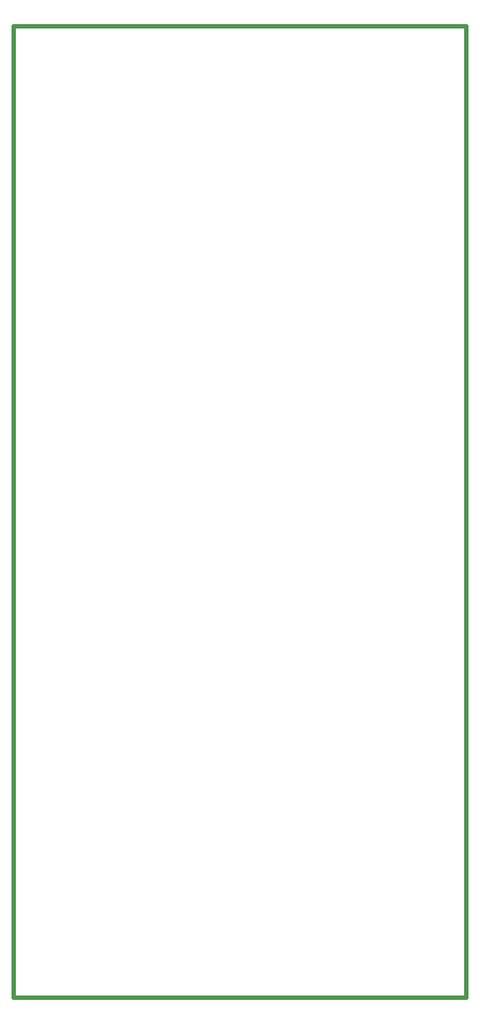
<source format=gko>
G04*
G04 #@! TF.GenerationSoftware,Altium Limited,Altium Designer,23.7.1 (13)*
G04*
G04 Layer_Color=16711935*
%FSLAX25Y25*%
%MOIN*%
G70*
G04*
G04 #@! TF.SameCoordinates,971C37BE-97D5-4A50-9DA2-DA4AE9E2F4D9*
G04*
G04*
G04 #@! TF.FilePolarity,Positive*
G04*
G01*
G75*
%ADD66C,0.02500*%
D66*
X0Y0D02*
Y590551D01*
Y0D02*
X275590D01*
Y590551D01*
X0D02*
X275590D01*
M02*

</source>
